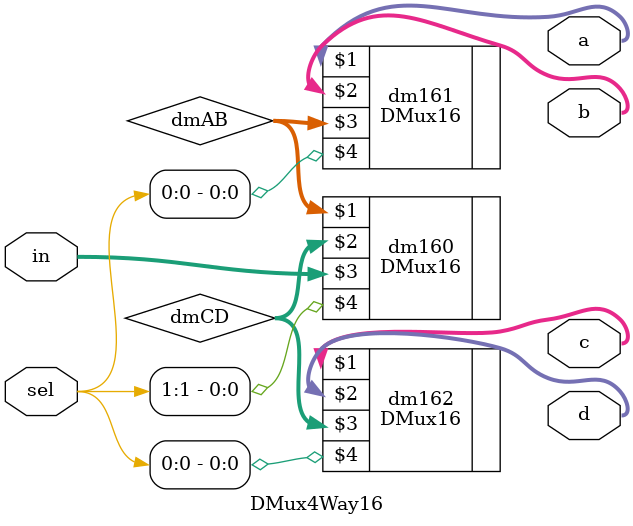
<source format=v>
/* módulo DMux4Way16 */

`ifndef _DMux4Way16_
`define _DMux4Way16_

`include "DMux16.v"

module DMux4Way16(a, b, c, d, in, sel);
    input [15:0] in;
    input [1:0] sel;
    output [15:0] a, b, c, d;

    wire [15:0] dmAB, dmCD;

    DMux16 dm160(dmAB, dmCD, in, sel[1]);
    DMux16 dm161(a, b, dmAB, sel[0]);
    DMux16 dm162(c, d, dmCD, sel[0]);

    // Descrição de conexões internas do módulo

endmodule

`endif

</source>
